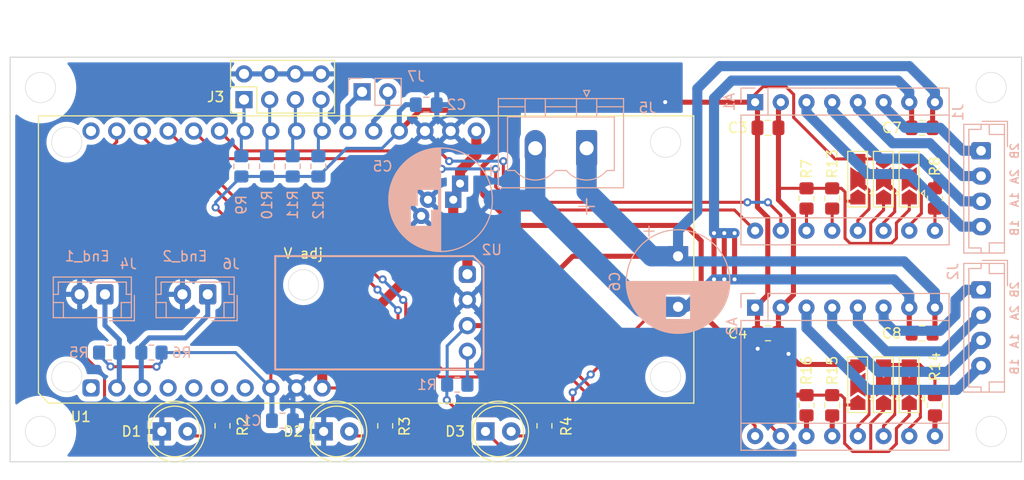
<source format=kicad_pcb>
(kicad_pcb (version 20211014) (generator pcbnew)
  (layers (0 "F.Cu" signal) (31 "B.Cu" signal) (34 "B.Paste" user) (35 "F.Paste" user) (36 "B.SilkS" user "B.Silkscreen") (37 "F.SilkS" user "F.Silkscreen") (38 "B.Mask" user) (39 "F.Mask" user) (44 "Edge.Cuts" user))
  (net 0 "")
  (net 6 "+3.3V")
  (net 7 "GND")
  (net 8 "+5V")
  (net 9 "Net-(A1-Pad14)")
  (net 10 "Net-(A2-Pad14)")
  (net 12 "/1B_1")
  (net 13 "/1A_1")
  (net 14 "/2A_1")
  (net 15 "/2B_1")
  (net 16 "Net-(A1-Pad9)")
  (net 17 "/1B_2")
  (net 18 "/1A_2")
  (net 19 "/2A_2")
  (net 20 "/2B_2")
  (net 21 "Net-(A2-Pad9)")
  (net 22 "Net-(A2-Pad12)")
  (net 23 "Net-(A2-Pad11)")
  (net 24 "Net-(A2-Pad10)")
  (net 25 "/dir1")
  (net 26 "/step1")
  (net 27 "Net-(A1-Pad13)")
  (net 28 "GNDPWR")
  (net 29 "Net-(A2-Pad13)")
  (net 30 "/step2")
  (net 31 "/dir2")
  (net 32 "+12V")
  (net 33 "Net-(A1-Pad10)")
  (net 34 "Net-(A1-Pad11)")
  (net 35 "Net-(A1-Pad12)")
  (net 36 "Net-(R1-Pad2)")
  (net 37 "Net-(D1-Pad2)")
  (net 38 "Net-(D2-Pad2)")
  (net 39 "Net-(D3-Pad2)")
  (net 40 "/fault")
  (net 41 "/t3")
  (net 42 "/t2")
  (net 43 "/t1")
  (net 44 "/t0")
  (net 45 "/end_1")
  (net 46 "/end_2")
  (net 47 "/RX")
  (net 48 "/TX")
  (footprint "LED_THT:LED_D5.0mm" (layer "F.Cu") (at 147 97)
    (fp_text reference "D3")
    (fp_text value "LED")
  )
  (footprint "Resistor_SMD:R_0805_2012Metric_Pad1.20x1.40mm_HandSolder" (layer "F.Cu") (at 152.832 96.444 -90)
    (fp_text reference "R4")
    (fp_text value "470")
  )
  (footprint "Jumper:SolderJumper-3_P2.0mm_Open_TrianglePad1.0x1.5mm" (layer "F.Cu") (at 188.9 72.06 90)
    (fp_text reference "JP5" hide)
    (fp_text value "SolderJumper_3_Open")
  )
  (footprint "Resistor_SMD:R_0805_2012Metric_Pad1.20x1.40mm_HandSolder" (layer "F.Cu") (at 191.44 73.965 -90)
    (fp_text reference "R8")
    (fp_text value "47k")
  )
  (footprint "LED_THT:LED_D5.0mm" (layer "F.Cu") (at 115 97)
    (fp_text reference "D1")
    (fp_text value "LED")
  )
  (footprint "Connector_PinHeader_2.54mm:PinHeader_2x04_P2.54mm_Vertical" (layer "F.Cu") (at 123.124 64.191 90)
    (fp_text reference "J3")
    (fp_text value "Conn_02x04_Odd_Even")
  )
  (footprint "Resistor_SMD:R_0805_2012Metric_Pad1.20x1.40mm_HandSolder" (layer "F.Cu") (at 178.74 73.965 -90)
    (fp_text reference "R7")
    (fp_text value "47k")
  )
  (footprint "LED_THT:LED_D5.0mm" (layer "F.Cu") (at 131 97)
    (fp_text reference "D2")
    (fp_text value "LED")
  )
  (footprint "Capacitor_SMD:C_0805_2012Metric_Pad1.18x1.45mm_HandSolder" (layer "F.Cu") (at 174.93 66.98 180)
    (fp_text reference "C3")
    (fp_text value "0.1uF")
  )
  (footprint "Resistor_SMD:R_0805_2012Metric_Pad1.20x1.40mm_HandSolder" (layer "F.Cu") (at 178.74 94.412 -90)
    (fp_text reference "R16")
    (fp_text value "47k")
  )
  (footprint "platform:Lolin32" (layer "F.Cu") (at 108 92.7)
    (fp_text reference "U1")
    (fp_text value "Lolin32")
  )
  (footprint "Resistor_SMD:R_0805_2012Metric_Pad1.20x1.40mm_HandSolder" (layer "F.Cu") (at 181.28 94.412 -90)
    (fp_text reference "R15")
    (fp_text value "47k")
  )
  (footprint "Resistor_SMD:R_0805_2012Metric_Pad1.20x1.40mm_HandSolder" (layer "F.Cu") (at 191.44 94.412 -90)
    (fp_text reference "R14")
    (fp_text value "47k")
  )
  (footprint "Resistor_SMD:R_0805_2012Metric_Pad1.20x1.40mm_HandSolder" (layer "F.Cu") (at 137.084 96.444 -90)
    (fp_text reference "R3")
    (fp_text value "470")
  )
  (footprint "Jumper:SolderJumper-3_P2.0mm_Open_TrianglePad1.0x1.5mm" (layer "F.Cu") (at 186.36 72.06 90)
    (fp_text reference "JP4" hide)
    (fp_text value "SolderJumper_3_Open")
  )
  (footprint "Jumper:SolderJumper-3_P2.0mm_Open_TrianglePad1.0x1.5mm" (layer "F.Cu") (at 188.9 92.38 90)
    (fp_text reference "JP2" hide)
    (fp_text value "SolderJumper_3_Open")
  )
  (footprint "Capacitor_SMD:C_0805_2012Metric_Pad1.18x1.45mm_HandSolder" (layer "F.Cu") (at 190.17 87.3 180)
    (fp_text reference "C8")
    (fp_text value "0.1uF")
  )
  (footprint "Resistor_SMD:R_0805_2012Metric_Pad1.20x1.40mm_HandSolder" (layer "F.Cu") (at 121 96.444 -90)
    (fp_text reference "R2")
    (fp_text value "470")
  )
  (footprint "Jumper:SolderJumper-3_P2.0mm_Open_TrianglePad1.0x1.5mm" (layer "F.Cu") (at 183.82 72.06 90)
    (fp_text reference "JP6" hide)
    (fp_text value "SolderJumper_3_Open")
  )
  (footprint "Capacitor_SMD:C_0805_2012Metric_Pad1.18x1.45mm_HandSolder" (layer "F.Cu") (at 190.17 66.98 180)
    (fp_text reference "C7")
    (fp_text value "0.1uF")
  )
  (footprint "Resistor_SMD:R_0805_2012Metric_Pad1.20x1.40mm_HandSolder" (layer "F.Cu") (at 181.28 73.965 -90)
    (fp_text reference "R13")
    (fp_text value "47k")
  )
  (footprint "Jumper:SolderJumper-3_P2.0mm_Open_TrianglePad1.0x1.5mm" (layer "F.Cu") (at 183.82 92.38 90)
    (fp_text reference "JP3" hide)
    (fp_text value "SolderJumper_3_Open")
  )
  (footprint "Jumper:SolderJumper-3_P2.0mm_Open_TrianglePad1.0x1.5mm" (layer "F.Cu") (at 186.36 92.38 90)
    (fp_text reference "JP1" hide)
    (fp_text value "SolderJumper_3_Open")
  )
  (footprint "Capacitor_SMD:C_0805_2012Metric_Pad1.18x1.45mm_HandSolder" (layer "F.Cu") (at 174.93 87.3 180)
    (fp_text reference "C4")
    (fp_text value "0.1uF")
  )
  (footprint "Connector_JST:JST_EH_B4B-EH-A_1x04_P2.50mm_Vertical" (layer "B.Cu") (at 196 83 -90)
    (fp_text reference "J2")
    (fp_text value "Conn_01x04_Male")
  )
  (footprint "Module:Pololu_Breakout-16_15.2x20.3mm" (layer "B.Cu") (at 173.66 84.76 -90)
    (fp_text reference "A2")
    (fp_text value "Pololu_Breakout_A4988")
  )
  (footprint "Capacitor_THT:CP_Radial_D10.0mm_P5.00mm" (layer "B.Cu") (at 166.04 79.68 -90)
    (fp_text reference "C6")
    (fp_text value "100uF")
  )
  (footprint "platform:DCDC" (layer "B.Cu") (at 145.212 81.458 180)
    (fp_text reference "U2")
    (fp_text value "DCDC")
  )
  (footprint "Capacitor_SMD:C_0805_2012Metric_Pad1.18x1.45mm_HandSolder" (layer "B.Cu") (at 141.148 64.694)
    (fp_text reference "C2")
    (fp_text value "0.1uF")
  )
  (footprint "Resistor_SMD:R_0805_2012Metric_Pad1.20x1.40mm_HandSolder" (layer "B.Cu") (at 113.97 89.205 180)
    (fp_text reference "R6")
    (fp_text value "47k")
  )
  (footprint "Connector_JST:JST_EH_B4B-EH-A_1x04_P2.50mm_Vertical" (layer "B.Cu") (at 196 69.25 -90)
    (fp_text reference "J1")
    (fp_text value "Conn_01x04_Male")
  )
  (footprint "Connector_JST:JST_EH_B2B-EH-A_1x02_P2.50mm_Vertical" (layer "B.Cu") (at 109.378 83.444 180)
    (fp_text reference "J4")
    (fp_text value "Conn_01x02_Male")
  )
  (footprint "Resistor_SMD:R_0805_2012Metric_Pad1.20x1.40mm_HandSolder" (layer "B.Cu") (at 144.212 92.38)
    (fp_text reference "R1")
    (fp_text value "47k")
  )
  (footprint "Connector_Phoenix_MSTB:PhoenixContact_MSTBVA_2,5_2-G-5,08_1x02_P5.08mm_Vertical" (layer "B.Cu") (at 157 69 180)
    (fp_text reference "J5")
    (fp_text value "Conn_01x02_Female")
  )
  (footprint "Module:Pololu_Breakout-16_15.2x20.3mm" (layer "B.Cu") (at 173.66 64.45 -90)
    (fp_text reference "A1")
    (fp_text value "Pololu_Breakout_A4988")
  )
  (footprint "Connector_JST:JST_EH_B2B-EH-A_1x02_P2.50mm_Vertical" (layer "B.Cu") (at 119.538 83.444 180)
    (fp_text reference "J6")
    (fp_text value "Conn_01x02_Male")
  )
  (footprint "Resistor_SMD:R_0805_2012Metric_Pad1.20x1.40mm_HandSolder" (layer "B.Cu") (at 122.86 70.79 90)
    (fp_text reference "R9")
    (fp_text value "47k")
  )
  (footprint "Resistor_SMD:R_0805_2012Metric_Pad1.20x1.40mm_HandSolder" (layer "B.Cu") (at 127.94 70.79 90)
    (fp_text reference "R11")
    (fp_text value "47k")
  )
  (footprint "Resistor_SMD:R_0805_2012Metric_Pad1.20x1.40mm_HandSolder" (layer "B.Cu") (at 109.795 89.205)
    (fp_text reference "R5")
    (fp_text value "47k")
  )
  (footprint "Connector_PinHeader_2.54mm:PinHeader_1x02_P2.54mm_Vertical" (layer "B.Cu") (at 134.798 63.424 -90)
    (fp_text reference "J7")
    (fp_text value "Conn_01x02_Male")
  )
  (footprint "NetTie:NetTie-2_SMD_Pad2.0mm" (layer "B.Cu") (at 149.816 74.092 180)
    (fp_text reference "NT1" hide)
    (fp_text value "NetTie_2" hide)
  )
  (footprint "Resistor_SMD:R_0805_2012Metric_Pad1.20x1.40mm_HandSolder" (layer "B.Cu") (at 130.48 70.79 90)
    (fp_text reference "R12")
    (fp_text value "47k")
  )
  (footprint "Capacitor_SMD:C_0805_2012Metric_Pad1.18x1.45mm_HandSolder" (layer "B.Cu") (at 126.924 95.936)
    (fp_text reference "C1")
    (fp_text value "0.1uF")
  )
  (footprint "Capacitor_THT:CP_Radial_D10.0mm_P2.50mm_P5.00mm" (layer "B.Cu") (at 143.815 74.092 180)
    (fp_text reference "C5")
    (fp_text value "100uF")
  )
  (footprint "Resistor_SMD:R_0805_2012Metric_Pad1.20x1.40mm_HandSolder" (layer "B.Cu") (at 125.4 70.79 90)
    (fp_text reference "R10")
    (fp_text value "47k")
  )
  (gr_circle (center 105.6 68.4) (end 107.1 68.4) (layer "Edge.Cuts") (width 0.05) (fill none))
  (gr_circle (center 105.6 91.6) (end 107.1 91.6) (layer "Edge.Cuts") (width 0.05) (fill none))
  (gr_line (start 200 100) (end 200 60) (layer "Edge.Cuts") (width 0.1))
  (gr_circle (center 103 63) (end 104.5 63) (layer "Edge.Cuts") (width 0.05) (fill none))
  (gr_circle (center 197 97) (end 198.5 97) (layer "Edge.Cuts") (width 0.05) (fill none))
  (gr_circle (center 164.8 91.6) (end 166.3 91.6) (layer "Edge.Cuts") (width 0.05) (fill none))
  (gr_circle (center 129 82.5) (end 130.5 82.5) (layer "Edge.Cuts") (width 0.05) (fill none))
  (gr_line (start 100 60) (end 100 100) (layer "Edge.Cuts") (width 0.1))
  (gr_circle (center 103 97) (end 104.5 97) (layer "Edge.Cuts") (width 0.05) (fill none))
  (gr_line (start 200 60) (end 100 60) (layer "Edge.Cuts") (width 0.1))
  (gr_line (start 100 100) (end 200 100) (layer "Edge.Cuts") (width 0.1))
  (gr_circle (center 164.8 68.4) (end 166.3 68.4) (layer "Edge.Cuts") (width 0.05) (fill none))
  (gr_circle (center 197 63) (end 198.5 63) (layer "Edge.Cuts") (width 0.05) (fill none))
  (gr_text "1B" (at 199.314 76.886 90) (layer "B.SilkS") (effects (font (size 0.8 0.8)) (justify mirror)))
  (gr_text "+" (at 157 74.6) (layer "B.SilkS") (effects (font (size 2 2)) (justify mirror)))
  (gr_text "End_1" (at 107.62 79.68) (layer "B.SilkS") (effects (font (size 1 1)) (justify mirror)))
  (gr_text "2A" (at 199.314 85.268 90) (layer "B.SilkS") (effects (font (size 0.8 0.8)) (justify mirror)))
  (gr_text "1A" (at 199.314 74.092 90) (layer "B.SilkS") (effects (font (size 0.8 0.8)) (justify mirror)))
  (gr_text "2A" (at 199.314 71.806 90) (layer "B.SilkS") (effects (font (size 0.8 0.8)) (justify mirror)))
  (gr_text "1B" (at 199.314 90.602 90) (layer "B.SilkS") (effects (font (size 0.8 0.8)) (justify mirror)))
  (gr_text "1A" (at 199.314 88.062 90) (layer "B.SilkS") (effects (font (size 0.8 0.8)) (justify mirror)))
  (gr_text "End_2" (at 117.272 79.68) (layer "B.SilkS") (effects (font (size 1 1)) (justify mirror)))
  (gr_text "2B" (at 199.314 82.982 90) (layer "B.SilkS") (effects (font (size 0.8 0.8)) (justify mirror)))
  (gr_text "2B" (at 199.314 69.266 90) (layer "B.SilkS") (effects (font (size 0.8 0.8)) (justify mirror)))
  (gr_text "V adj" (at 129 79.4) (layer "F.SilkS") (effects (font (size 1 1))))
  (segment (start 182.55 74.235) (end 183.645 74.235) (width 0.3) (layer "F.Cu") (net 6))
  (segment (start 187.63 96.698) (end 187.63 98.222) (width 0.3) (layer "F.Cu") (net 6))
  (segment (start 168.326 78.156) (end 168.326 85.268) (width 0.5) (layer "F.Cu") (net 6))
  (segment (start 178.74 72.965) (end 176.057 72.965) (width 0.3) (layer "F.Cu") (net 6))
  (segment (start 178.74 72.965) (end 181.28 72.965) (width 0.3) (layer "F.Cu") (net 6))
  (segment (start 175.9675 84.9925) (end 176.2 84.76) (width 0.5) (layer "F.Cu") (net 6))
  (segment (start 175.9675 91.8935) (end 177.486 93.412) (width 0.5) (layer "F.Cu") (net 6))
  (segment (start 176.057 72.965) (end 175.9675 73.0545) (width 0.3) (layer "F.Cu") (net 6))
  (segment (start 146.736 73.584) (end 149.784 76.632) (width 0.5) (layer "F.Cu") (net 6))
  (segment (start 187.63 76.378) (end 187.63 77.902) (width 0.3) (layer "F.Cu") (net 6))
  (segment (start 182.165 93.412) (end 181.28 93.412) (width 0.3) (layer "F.Cu") (net 6))
  (segment (start 185.09 98.984) (end 183.312 98.984) (width 0.3) (layer "F.Cu") (net 6))
  (segment (start 182.51 94.38) (end 182.51 93.757) (width 0.3) (layer "F.Cu") (net 6))
  (segment (start 175.9675 74.1135) (end 175.9675 73.0545) (width 0.5) (layer "F.Cu") (net 6))
  (segment (start 185.09 76.378) (end 185.09 78.41) (width 0.3) (layer "F.Cu") (net 6))
  (segment (start 186.36 74.06) (end 186.36 75.108) (width 0.3) (layer "F.Cu") (net 6))
  (segment (start 188.9 95.428) (end 187.63 96.698) (width 0.3) (layer "F.Cu") (net 6))
  (segment (start 176.2 84.76) (end 177.45 83.51) (width 0.5) (layer "F.Cu") (net 6))
  (segment (start 185.09 78.41) (end 183.058 78.41) (width 0.3) (layer "F.Cu") (net 6))
  (segment (start 187.63 98.222) (end 186.868 98.984) (width 0.3) (layer "F.Cu") (net 6))
  (segment (start 186.36 94.92) (end 185.09 96.19) (width 0.3) (layer "F.Cu") (net 6))
  (segment (start 177.486 93.412) (end 178.74 93.412) (width 0.5) (layer "F.Cu") (net 6))
  (segment (start 186.868 98.984) (end 185.09 98.984) (width 0.3) (layer "F.Cu") (net 6))
  (segment (start 120.32 74.854) (end 125.78 80.314) (width 0.3) (layer "F.Cu") (net 6))
  (segment (start 182.51 93.757) (end 182.165 93.412) (width 0.3) (layer "F.Cu") (net 6))
  (segment (start 172.898 89.84) (end 175.946 89.84) (width 0.5) (layer "F.Cu") (net 6))
  (segment (start 183.645 74.235) (end 183.82 74.06) (width 0.3) (layer "F.Cu") (net 6))
  (segment (start 182.51 98.182) (end 182.51 94.38) (width 0.3) (layer "F.Cu") (net 6))
  (segment (start 140.53 65.25) (end 146.53 65.25) (width 0.5) (layer "F.Cu") (net 6))
  (segment (start 148.006 66.726) (end 148.006 69.52) (width 0.5) (layer "F.Cu") (net 6))
  (segment (start 186.36 75.108) (end 185.09 76.378) (width 0.3) (layer "F.Cu") (net 6))
  (segment (start 146.736 70.79) (end 146.736 73.584) (width 0.5) (layer "F.Cu") (net 6))
  (segment (start 182.55 73.33) (end 182.185 72.965) (width 0.3) (layer "F.Cu") (net 6))
  (segment (start 175.9675 87.3) (end 175.9675 89.8615) (width 0.5) (layer "F.Cu") (net 6))
  (segment (start 188.9 75.108) (end 187.63 76.378) (width 0.3) (layer "F.Cu") (net 6))
  (segment (start 149.784 76.632) (end 166.802 76.632) (width 0.5) (layer "F.Cu") (net 6))
  (segment (start 185.09 96.19) (end 185.09 98.984) (width 0.3) (layer "F.Cu") (net 6))
  (segment (start 183.82 94.38) (end 182.51 94.38) (width 0.3) (layer "F.Cu") (net 6))
  (segment (start 168.326 85.268) (end 172.898 89.84) (width 0.5) (layer "F.Cu") (net 6))
  (segment (start 177.45 83.51) (end 177.45 75.596) (width 0.5) (layer "F.Cu") (net 6))
  (segment (start 187.63 77.902) (end 187.122 78.41) (width 0.3) (layer "F.Cu") (net 6))
  (segment (start 109.942127 90.602) (end 109.926271 90.586144) (width 0.3) (layer "F.Cu") (net 6))
  (segment (start 175.9675 89.8615) (end 175.9675 91.8935) (width 0.5) (layer "F.Cu") (net 6))
  (segment (start 175.9675 73.0545) (end 175.9675 66.98) (width 0.5) (layer "F.Cu") (net 6))
  (segment (start 175.9675 87.3) (end 175.9675 84.9925) (width 0.5) (layer "F.Cu") (net 6))
  (segment (start 182.55 74.235) (end 182.55 73.33) (width 0.3) (layer "F.Cu") (net 6))
  (segment (start 182.55 77.902) (end 182.55 74.235) (width 0.3) (layer "F.Cu") (net 6))
  (segment (start 187.122 78.41) (end 185.09 78.41) (width 0.3) (layer "F.Cu") (net 6))
  (segment (start 146.53 65.25) (end 148.006 66.726) (width 0.5) (layer "F.Cu") (net 6))
  (segment (start 188.9 94.38) (end 188.9 95.428) (width 0.3) (layer "F.Cu") (net 6))
  (segment (start 182.185 72.965) (end 181.28 72.965) (width 0.3) (layer "F.Cu") (net 6))
  (segment (start 186.36 94.38) (end 186.36 94.92) (width 0.3) (layer "F.Cu") (net 6))
  (segment (start 166.802 76.632) (end 168.326 78.156) (width 0.5) (layer "F.Cu") (net 6))
  (segment (start 175.9675 64.6825) (end 176.2 64.45) (width 0.5) (layer "F.Cu") (net 6))
  (segment (start 188.9 74.06) (end 188.9 75.108) (width 0.3) (layer "F.Cu") (net 6))
  (segment (start 177.45 75.596) (end 175.9675 74.1135) (width 0.5) (layer "F.Cu") (net 6))
  (segment (start 183.058 78.41) (end 182.55 77.902) (width 0.3) (layer "F.Cu") (net 6))
  (segment (start 175.946 89.84) (end 175.9675 89.8615) (width 0.5) (layer "F.Cu") (net 6))
  (segment (start 125.78 80.314) (end 125.78 92.7) (width 0.3) (layer "F.Cu") (net 6))
  (segment (start 178.74 93.412) (end 181.28 93.412) (width 0.3) (layer "F.Cu") (net 6))
  (segment (start 183.312 98.984) (end 182.51 98.182) (width 0.3) (layer "F.Cu") (net 6))
  (segment (start 138.48 67.3) (end 140.53 65.25) (width 0.5) (layer "F.Cu") (net 6))
  (segment (start 148.006 69.52) (end 146.736 70.79) (width 0.5) (layer "F.Cu") (net 6))
  (segment (start 114.478 90.602) (end 109.942127 90.602) (width 0.3) (layer "F.Cu") (net 6))
  (segment (start 175.9675 66.98) (end 175.9675 64.6825) (width 0.5) (layer "F.Cu") (net 6))
  (via (at 120.32 74.854) (size 0.8) (drill 0.4) (layers "F.Cu" "B.Cu") (net 6))
  (via (at 109.926271 90.586144) (size 0.8) (drill 0.4) (layers "F.Cu" "B.Cu") (net 6))
  (via (at 114.478 90.602) (size 0.8) (drill 0.4) (layers "F.Cu" "B.Cu") (net 6))
  (segment (start 114.97 89.205) (end 122.285 89.205) (width 0.3) (layer "B.Cu") (net 6))
  (segment (start 130.48 71.79) (end 127.94 71.79) (width 0.3) (layer "B.Cu") (net 6))
  (segment (start 125.8865 92.8065) (end 125.78 92.7) (width 0.5) (layer "B.Cu") (net 6))
  (segment (start 139.116 64.694) (end 138.48 65.33) (width 0.5) (layer "B.Cu") (net 6))
  (segment (start 108.795 89.454873) (end 109.926271 90.586144) (width 0.3) (layer "B.Cu") (net 6))
  (segment (start 140.1105 64.694) (end 139.116 64.694) (width 0.5) (layer "B.Cu") (net 6))
  (segment (start 138.48 65.33) (end 138.48 67.3) (width 0.5) (layer "B.Cu") (net 6))
  (segment (start 125.8865 95.936) (end 125.8865 92.8065) (width 0.5) (layer "B.Cu") (net 6))
  (segment (start 114.478 90.602) (end 114.97 90.11) (width 0.3) (layer "B.Cu") (net 6))
  (segment (start 114.97 90.11) (end 114.97 89.205) (width 0.3) (layer "B.Cu") (net 6))
  (segment (start 125.4 71.79) (end 122.86 71.79) (width 0.3) (layer "B.Cu") (net 6))
  (segment (start 127.94 71.79) (end 125.4 71.79) (width 0.3) (layer "B.Cu") (net 6))
  (segment (start 122.86 71.79) (end 120.32 74.33) (width 0.3) (layer "B.Cu") (net 6))
  (segment (start 138.48 67.3) (end 136.768 69.012) (width 0.3) (layer "B.Cu") (net 6))
  (segment (start 122.285 89.205) (end 125.78 92.7) (width 0.3) (layer "B.Cu") (net 6))
  (segment (start 108.795 89.205) (end 108.795 89.454873) (width 0.3) (layer "B.Cu") (net 6))
  (segment (start 136.768 69.012) (end 133.258 69.012) (width 0.3) (layer "B.Cu") (net 6))
  (segment (start 133.258 69.012) (end 130.48 71.79) (width 0.3) (layer "B.Cu") (net 6))
  (segment (start 120.32 74.33) (end 120.32 74.854) (width 0.3) (layer "B.Cu") (net 6))
  (segment (start 183.82 70.06) (end 181.566 70.06) (width 0.3) (layer "F.Cu") (net 7))
  (segment (start 188.9 90.38) (end 186.36 90.38) (width 0.3) (layer "F.Cu") (net 7))
  (segment (start 191.44 71.298) (end 191.44 72.965) (width 0.3) (layer "F.Cu") (net 7))
  (segment (start 176.962 89.332) (end 178.01 90.38) (width 0.5) (layer "F.Cu") (net 7))
  (segment (start 178.01 90.38) (end 183.82 90.38) (width 0.5) (layer "F.Cu") (net 7))
  (segment (start 174.91 83.51) (end 174.91 75.85) (width 0.5) (layer "F.Cu") (net 7))
  (segment (start 177.47 63.678) (end 176.708 62.916) (width 0.3) (layer "F.Cu") (net 7))
  (segment (start 173.8925 64.6825) (end 173.66 64.45) (width 0.5) (layer "F.Cu") (net 7))
  (segment (start 191.44 93.412) (end 191.44 91.872) (width 0.3) (layer "F.Cu") (net 7))
  (segment (start 186.36 70.06) (end 188.9 70.06) (width 0.3) (layer "F.Cu") (net 7))
  (segment (start 190.202 70.06) (end 191.44 71.298) (width 0.3) (layer "F.Cu") (net 7))
  (segment (start 176.708 62.916) (end 174.422 62.916) (width 0.3) (layer "F.Cu") (net 7))
  (segment (start 183.82 70.06) (end 186.36 70.06) (width 0.3) (layer "F.Cu") (net 7))
  (segment (start 189.948 90.38) (end 188.9 90.38) (width 0.3) (layer "F.Cu") (net 7))
  (segment (start 164.78 64.45) (end 164.77 64.44) (width 0.5) (layer "F.Cu") (net 7))
  (segment (start 191.44 91.872) (end 189.948 90.38) (width 0.3) (layer "F.Cu") (net 7))
  (segment (start 173.8925 88.8025) (end 173.8925 87.3) (width 0.5) (layer "F.Cu") (net 7))
  (segment (start 181.566 70.06) (end 177.47 65.964) (width 0.3) (layer "F.Cu") (net 7))
  (segment (start 173.8925 87.3) (end 173.8925 84.9925) (width 0.5) (layer "F.Cu") (net 7))
  (segment (start 173.914 88.824) (end 173.8925 88.8025) (width 0.5) (layer "F.Cu") (net 7))
  (segment (start 177.47 65.964) (end 177.47 63.678) (width 0.3) (layer "F.Cu") (net 7))
  (segment (start 188.9 70.06) (end 190.202 70.06) (width 0.3) (layer "F.Cu") (net 7))
  (segment (start 173.8925 74.8325) (end 173.8925 66.98) (width 0.5) (layer "F.Cu") (net 7))
  (segment (start 173.8925 66.98) (end 173.8925 64.6825) (width 0.5) (layer "F.Cu") (net 7))
  (segment (start 173.66 64.45) (end 164.78 64.45) (width 0.5) (layer "F.Cu") (net 7))
  (segment (start 174.422 62.916) (end 173.66 63.678) (width 0.3) (layer "F.Cu") (net 7))
  (segment (start 173.66 63.678) (end 173.66 64.45) (width 0.3) (layer "F.Cu") (net 7))
  (segment (start 173.66 84.76) (end 174.91 83.51) (width 0.5) (layer "F.Cu") (net 7))
  (segment (start 173.8925 84.9925) (end 173.66 84.76) (width 0.5) (layer "F.Cu") (net 7))
  (segment (start 174.91 75.85) (end 173.8925 74.8325) (width 0.5) (layer "F.Cu") (net 7))
  (segment (start 186.36 90.38) (end 183.82 90.38) (width 0.3) (layer "F.Cu") (net 7))
  (via (at 176.962 89.332) (size 0.8) (drill 0.4) (layers "F.Cu" "B.Cu") (net 7))
  (via (at 164.77 64.44) (size 0.8) (drill 0.4) (layers "F.Cu" "B.Cu") (net 7))
  (via (at 173.914 88.824) (size 0.8) (drill 0.4) (layers "F.Cu" "B.Cu") (net 7))
  (segment (start 127.9615 95.936) (end 127.9615 93.0585) (width 0.5) (layer "B.Cu") (net 7))
  (segment (start 127.9615 93.0585) (end 128.32 92.7) (width 0.5) (layer "B.Cu") (net 7))
  (segment (start 146.1 67.3) (end 146.1 69.648) (width 1) (layer "F.Cu") (net 8))
  (segment (start 146.1 69.648) (end 144.485937 71.262063) (width 1) (layer "F.Cu") (net 8))
  (segment (start 130.86 90.222) (end 143.815 77.267) (width 1) (layer "F.Cu") (net 8))
  (segment (start 143.815 77.267) (end 143.815 74.092) (width 1) (layer "F.Cu") (net 8))
  (segment (start 134.34 92.7) (end 130.86 92.7) (width 0.3) (layer "F.Cu") (net 8))
  (segment (start 145.212 81.458) (end 145.212 78.664) (width 1) (layer "F.Cu") (net 8))
  (segment (start 130.86 92.7) (end 130.86 90.222) (width 1) (layer "F.Cu") (net 8))
  (segment (start 144.485937 71.262063) (end 144.485937 72.492) (width 1) (layer "F.Cu") (net 8))
  (segment (start 137.084 95.444) (end 134.34 92.7) (width 0.3) (layer "F.Cu") (net 8))
  (segment (start 145.212 78.664) (end 143.815 77.267) (width 1) (layer "F.Cu") (net 8))
  (segment (start 178.74 77.15) (end 178.74 74.965) (width 0.3) (layer "F.Cu") (net 9))
  (segment (start 178.74 95.412) (end 178.74 97.46) (width 0.5) (layer "F.Cu") (net 10))
  (segment (start 188.9 71.552) (end 194.098 76.75) (width 1) (layer "B.Cu") (net 12))
  (segment (start 194.098 76.75) (end 196 76.75) (width 1) (layer "B.Cu") (net 12))
  (segment (start 178.74 65.49) (end 184.802 71.552) (width 1) (layer "B.Cu") (net 12))
  (segment (start 184.802 71.552) (end 188.9 71.552) (width 1) (layer "B.Cu") (net 12))
  (segment (start 178.74 64.45) (end 178.74 65.49) (width 1) (layer "B.Cu") (net 12))
  (segment (start 194.138 74.25) (end 196 74.25) (width 1) (layer "B.Cu") (net 13))
  (segment (start 181.28 64.45) (end 181.28 65.28) (width 1) (layer "B.Cu") (net 13))
  (segment (start 186.028 70.028) (end 189.916 70.028) (width 1) (layer "B.Cu") (net 13))
  (segment (start 189.916 70.028) (end 194.138 74.25) (width 1) (layer "B.Cu") (net 13))
  (segment (start 181.28 65.28) (end 186.028 70.028) (width 1) (layer "B.Cu") (net 13))
  (segment (start 183.82 64.45) (end 183.82 65.07) (width 1) (layer "B.Cu") (net 14))
  (segment (start 194.178 71.75) (end 196 71.75) (width 1) (layer "B.Cu") (net 14))
  (segment (start 190.932 68.504) (end 194.178 71.75) (width 1) (layer "B.Cu") (net 14))
  (segment (start 183.82 65.07) (end 187.254 68.504) (width 1) (layer "B.Cu") (net 14))
  (segment (start 187.254 68.504) (end 190.932 68.504) (width 1) (layer "B.Cu") (net 14))
  (segment (start 194.218 69.25) (end 196 69.25) (width 1) (layer "B.Cu") (net 15))
  (segment (start 186.36 64.86) (end 188.48 66.98) (width 1) (layer "B.Cu") (net 15))
  (segment (start 191.948 66.98) (end 194.218 69.25) (width 1) (layer "B.Cu") (net 15))
  (segment (start 186.36 64.45) (end 186.36 64.86) (width 1) (layer "B.Cu") (net 15))
  (segment (start 188.48 66.98) (end 191.948 66.98) (width 1) (layer "B.Cu") (net 15))
  (segment (start 191.44 74.965) (end 191.44 77.15) (width 0.3) (layer "F.Cu") (net 16))
  (segment (start 196 90.5) (end 193.612 92.888) (width 1) (layer "B.Cu") (net 17))
  (segment (start 184.836 92.888) (end 178.74 86.792) (width 1) (layer "B.Cu") (net 17))
  (segment (start 178.74 86.792) (end 178.74 84.76) (width 1) (layer "B.Cu") (net 17))
  (segment (start 193.612 92.888) (end 184.836 92.888) (width 1) (layer "B.Cu") (net 17))
  (segment (start 181.28 86.538) (end 181.28 84.76) (width 1) (layer "B.Cu") (net 18))
  (segment (start 195.783 88) (end 192.673 91.11) (width 1) (layer "B.Cu") (net 18))
  (segment (start 196 88) (end 195.783 88) (width 1) (layer "B.Cu") (net 18))
  (segment (start 185.852 91.11) (end 181.28 86.538) (width 1) (layer "B.Cu") (net 18))
  (segment (start 192.673 91.11) (end 185.852 91.11) (width 1) (layer "B.Cu") (net 18))
  (segment (start 196 85.5) (end 195.860944 85.5) (width 1) (layer "B.Cu") (net 19))
  (segment (start 186.614 89.078) (end 183.82 86.284) (width 1) (layer "B.Cu") (net 19))
  (segment (start 183.82 86.284) (end 183.82 84.76) (width 1) (layer "B.Cu") (net 19))
  (segment (start 195.860944 85.5) (end 192.282944 89.078) (width 1) (layer "B.Cu") (net 19))
  (segment (start 192.282944 89.078) (end 186.614 89.078) (width 1) (layer "B.Cu") (net 19))
  (segment (start 193.472 83.998) (end 194.47 83) (width 1) (layer "B.Cu") (net 20))
  (segment (start 186.36 84.76) (end 186.36 86.03) (width 1) (layer "B.Cu") (net 20))
  (segment (start 186.36 86.03) (end 187.376 87.046) (width 1) (layer "B.Cu") (net 20))
  (segment (start 187.376 87.046) (end 191.948 87.046) (width 1) (layer "B.Cu") (net 20))
  (segment (start 194.47 83) (end 196 83) (width 1) (layer "B.Cu") (net 20))
  (segment (start 193.472 85.522) (end 193.472 83.998) (width 1) (layer "B.Cu") (net 20))
  (segment (start 191.948 87.046) (end 193.472 85.522) (width 1) (layer "B.Cu") (net 20))
  (segment (start 191.44 95.412) (end 191.44 97.46) (width 0.5) (layer "F.Cu") (net 21))
  (segment (start 183.82 92.38) (end 184.92 93.48) (width 0.3) (layer "F.Cu") (net 22))
  (segment (start 183.82 96.444) (end 183.82 97.46) (width 0.3) (layer "F.Cu") (net 22))
  (segment (start 184.92 95.344) (end 183.82 96.444) (width 0.3) (layer "F.Cu") (net 22))
  (segment (start 184.92 93.48) (end 184.92 95.344) (width 0.3) (layer "F.Cu") (net 22))
  (segment (start 186.36 96.444) (end 186.36 97.46) (width 0.3) (layer "F.Cu") (net 23))
  (segment (start 187.46 93.48) (end 187.46 95.344) (width 0.3) (layer "F.Cu") (net 23))
  (segment (start 186.36 92.38) (end 187.46 93.48) (width 0.3) (layer "F.Cu") (net 23))
  (segment (start 187.46 95.344) (end 186.36 96.444) (width 0.3) (layer "F.Cu") (net 23))
  (segment (start 190 95.598) (end 188.9 96.698) (width 0.3) (layer "F.Cu") (net 24))
  (segment (start 190 93.48) (end 190 95.598) (width 0.3) (layer "F.Cu") (net 24))
  (segment (start 188.9 92.38) (end 190 93.48) (width 0.3) (layer "F.Cu") (net 24))
  (segment (start 188.9 96.698) (end 188.9 97.46) (width 0.3) (layer "F.Cu") (net 24))
  (segment (start 150.292 75.108) (end 171.618 75.108) (width 0.3) (layer "F.Cu") (net 25))
  (segment (start 142.672 71.044) (end 141.656 70.028) (width 0.3) (layer "F.Cu") (net 25))
  (segment (start 171.618 75.108) (end 173.66 77.15) (width 0.3) (layer "F.Cu") (net 25))
  (segment (start 148.006 71.044) (end 148.006 72.822) (width 0.3) (layer "F.Cu") (net 25))
  (segment (start 141.656 70.028) (end 120.888 70.028) (width 0.3) (layer "F.Cu") (net 25))
  (segment (start 148.006 72.822) (end 150.292 75.108) (width 0.3) (layer "F.Cu") (net 25))
  (segment (start 120.888 70.028) (end 118.16 67.3) (width 0.3) (layer "F.Cu") (net 25))
  (via (at 142.672 71.044) (size 0.8) (drill 0.4) (layers "F.Cu" "B.Cu") (net 25))
  (via (at 148.006 71.044) (size 0.8) (drill 0.4) (layers "F.Cu" "B.Cu") (net 25))
  (segment (start 148.006 71.044) (end 142.672 71.044) (width 0.3) (layer "B.Cu") (net 25))
  (segment (start 176.2 77.15) (end 176.2 75.616) (width 0.3) (layer "F.Cu") (net 26))
  (segment (start 143.409325 70.276885) (end 142.39844 69.266) (width 0.3) (layer "F.Cu") (net 26))
  (segment (start 142.39844 69.266) (end 122.666 69.266) (width 0.3) (layer "F.Cu") (net 26))
  (segment (start 151.054 74.346) (end 172.898 74.346) (width 0.3) (layer "F.Cu") (net 26))
  (segment (start 148.768 72.06) (end 151.054 74.346) (width 0.3) (layer "F.Cu") (net 26))
  (segment (start 176.2 75.616) (end 174.93 74.346) (width 0.3) (layer "F.Cu") (net 26))
  (segment (start 148.768 70.282) (end 148.768 72.06) (width 0.3) (layer "F.Cu") (net 26))
  (segment (start 122.666 69.266) (end 120.7 67.3) (width 0.3) (layer "F.Cu") (net 26))
  (via (at 143.409325 70.276885) (size 0.8) (drill 0.4) (layers "F.Cu" "B.Cu") (net 26))
  (via (at 148.768 70.282) (size 0.8) (drill 0.4) (layers "F.Cu" "B.Cu") (net 26))
  (via (at 172.898 74.346) (size 0.8) (drill 0.4) (layers "F.Cu" "B.Cu") (net 26))
  (via (at 174.93 74.346) (size 0.8) (drill 0.4) (layers "F.Cu" "B.Cu") (net 26))
  (segment (start 148.762885 70.276885) (end 143.409325 70.276885) (width 0.3) (layer "B.Cu") (net 26))
  (segment (start 174.93 74.346) (end 172.898 74.346) (width 0.3) (layer "B.Cu") (net 26))
  (segment (start 148.768 70.282) (end 148.762885 70.276885) (width 0.3) (layer "B.Cu") (net 26))
  (segment (start 181.28 77.15) (end 181.28 74.965) (width 0.3) (layer "F.Cu") (net 27))
  (segment (start 147 97) (end 148.73 98.73) (width 0.3) (layer "F.Cu") (net 28))
  (segment (start 170.612 77.394) (end 170.612 81.966) (width 0.5) (layer "F.Cu") (net 28))
  (segment (start 188.9 87.0675) (end 189.1325 87.3) (width 0.5) (layer "F.Cu") (net 28))
  (segment (start 154.356 98.73) (end 155.626 97.46) (width 0.3) (layer "F.Cu") (net 28))
  (segment (start 169.596 77.394) (end 169.596 81.966) (width 0.5) (layer "F.Cu") (net 28))
  (segment (start 171.628 77.394) (end 171.628 81.966) (width 0.5) (layer "F.Cu") (net 28))
  (segment (start 164.088 84.68) (end 166.04 84.68) (width 0.3) (layer "F.Cu") (net 28))
  (segment (start 188.9 84.76) (end 188.9 87.0675) (width 0.5) (layer "F.Cu") (net 28))
  (segment (start 157.404 91.364) (end 164.088 84.68) (width 0.3) (layer "F.Cu") (net 28))
  (segment (start 155.626 97.46) (end 155.626 93.142) (width 0.3) (layer "F.Cu") (net 28))
  (segment (start 189.1325 66.98) (end 189.1325 64.6825) (width 0.5) (layer "F.Cu") (net 28))
  (segment (start 189.1325 64.6825) (end 188.9 64.45) (width 0.5) (layer "F.Cu") (net 28))
  (segment (start 148.73 98.73) (end 154.356 98.73) (width 0.3) (layer "F.Cu") (net 28))
  (via (at 171.628 77.394) (size 0.8) (drill 0.4) (layers "F.Cu" "B.Cu") (net 28))
  (via (at 170.612 77.394) (size 0.8) (drill 0.4) (layers "F.Cu" "B.Cu") (net 28))
  (via (at 169.596 77.394) (size 0.8) (drill 0.4) (layers "F.Cu" "B.Cu") (net 28))
  (via (at 155.626 93.142) (size 0.8) (drill 0.4) (layers "F.Cu" "B.Cu") (net 28))
  (via (at 171.628 81.966) (size 0.8) (drill 0.4) (layers "F.Cu" "B.Cu") (net 28))
  (via (at 157.404 91.364) (size 0.8) (drill 0.4) (layers "F.Cu" "B.Cu") (net 28))
  (via (at 170.612 81.966) (size 0.8) (drill 0.4) (layers "F.Cu" "B.Cu") (net 28))
  (via (at 169.596 81.966) (size 0.8) (drill 0.4) (layers "F.Cu" "B.Cu") (net 28))
  (segment (start 169.596 64.059) (end 169.596 77.394) (width 1) (layer "B.Cu") (net 28))
  (segment (start 169.596 81.966) (end 166.882 84.68) (width 1) (layer "B.Cu") (net 28))
  (segment (start 171.628 77.394) (end 170.612 77.394) (width 1) (layer "B.Cu") (net 28))
  (segment (start 188.9 84.76) (end 188.9 83.49) (width 1) (layer "B.Cu") (net 28))
  (segment (start 162.404 84.68) (end 151.816 74.092) (width 2) (layer "B.Cu") (net 28))
  (segment (start 171.628 81.966) (end 170.612 81.966) (width 1) (layer "B.Cu") (net 28))
  (segment (start 171.344261 62.310739) (end 169.596 64.059) (width 1) (layer "B.Cu") (net 28))
  (segment (start 170.612 77.394) (end 169.596 77.394) (width 1) (layer "B.Cu") (net 28))
  (segment (start 187.786739 62.310739) (end 171.344261 62.310739) (width 1) (layer "B.Cu") (net 28))
  (segment (start 188.9 63.424) (end 187.786739 62.310739) (width 1) (layer "B.Cu") (net 28))
  (segment (start 151.92 69) (end 151.92 73.988) (width 2) (layer "B.Cu") (net 28))
  (segment (start 166.882 84.68) (end 166.04 84.68) (width 1) (layer "B.Cu") (net 28))
  (segment (start 187.376 81.966) (end 171.628 81.966) (width 1) (layer "B.Cu") (net 28))
  (segment (start 155.626 93.142) (end 157.404 91.364) (width 0.3) (layer "B.Cu") (net 28))
  (segment (start 170.612 81.966) (end 169.596 81.966) (width 1) (layer "B.Cu") (net 28))
  (segment (start 188.9 83.49) (end 187.376 81.966) (width 1) (layer "B.Cu") (net 28))
  (segment (start 188.9 64.45) (end 188.9 63.424) (width 1) (layer "B.Cu") (net 28))
  (segment (start 166.04 84.68) (end 162.404 84.68) (width 2) (layer "B.Cu") (net 28))
  (segment (start 151.92 73.988) (end 151.816 74.092) (width 2) (layer "B.Cu") (net 28))
  (segment (start 181.28 95.412) (end 181.28 97.46) (width 0.5) (layer "F.Cu") (net 29))
  (segment (start 173.152 94.412) (end 176.2 97.46) (width 0.3) (layer "F.Cu") (net 30))
  (segment (start 155.626 90.856) (end 159.182 94.412) (width 0.3) (layer "F.Cu") (net 30))
  (segment (start 115.62 67.3) (end 125.968 77.648) (width 0.3) (layer "F.Cu") (net 30))
  (segment (start 132.258 77.648) (end 136.576 81.966) (width 0.3) (layer "F.Cu") (net 30))
  (segment (start 125.968 77.648) (end 132.258 77.648) (width 0.3) (layer "F.Cu") (net 30))
  (segment (start 139.116 84.252) (end 139.116 87.3) (width 0.3) (layer "F.Cu") (net 30))
  (segment (start 139.116 87.3) (end 142.672 90.856) (width 0.3) (layer "F.Cu") (net 30))
  (segment (start 159.182 94.412) (end 173.152 94.412) (width 0.3) (layer "F.Cu") (net 30))
  (segment (start 138.862 83.998) (end 139.116 84.252) (width 0.3) (layer "F.Cu") (net 30))
  (segment (start 136.576 81.966) (end 136.83 81.966) (width 0.3) (layer "F.Cu") (net 30))
  (segment (start 142.672 90.856) (end 155.626 90.856) (width 0.3) (layer "F.Cu") (net 30))
  (via (at 138.862 83.998) (size 0.8) (drill 0.4) (layers "F.Cu" "B.Cu") (net 30))
  (via (at 136.83 81.966) (size 0.8) (drill 0.4) (layers "F.Cu" "B.Cu") (net 30))
  (segment (start 136.83 81.966) (end 138.862 83.998) (width 0.3) (layer "B.Cu") (net 30))
  (segment (start 138.354 87.554) (end 142.418 91.618) (width 0.3) (layer "F.Cu") (net 31))
  (segment (start 131.75 78.41) (end 125.654 78.41) (width 0.3) (layer "F.Cu") (net 31))
  (segment (start 116.51 69.266) (end 114.508 69.266) (width 0.3) (layer "F.Cu") (net 31))
  (segment (start 113.08 67.838) (end 113.08 67.3) (width 0.3) (layer "F.Cu") (net 31))
  (segment (start 142.418 91.618) (end 155.372 91.618) (width 0.3) (layer "F.Cu") (net 31))
  (segment (start 114.508 69.266) (end 113.08 67.838) (width 0.3) (layer "F.Cu") (net 31))
  (segment (start 138.354 85.014) (end 138.354 87.554) (width 0.3) (layer "F.Cu") (net 31))
  (segment (start 125.654 78.41) (end 116.51 69.266) (width 0.3) (layer "F.Cu") (net 31))
  (segment (start 155.372 91.618) (end 158.928 95.174) (width 0.3) (layer "F.Cu") (net 31))
  (segment (start 172.39 95.174) (end 173.66 96.444) (width 0.3) (layer "F.Cu") (net 31))
  (segment (start 158.928 95.174) (end 172.39 95.174) (width 0.3) (layer "F.Cu") (net 31))
  (segment (start 136.322 82.982) (end 131.75 78.41) (width 0.3) (layer "F.Cu") (net 31))
  (segment (start 173.66 96.444) (end 173.66 97.46) (width 0.3) (layer "F.Cu") (net 31))
  (via (at 136.322 82.982) (size 0.8) (drill 0.4) (layers "F.Cu" "B.Cu") (net 31))
  (via (at 138.354 85.014) (size 0.8) (drill 0.4) (layers "F.Cu" "B.Cu") (net 31))
  (segment (start 136.322 82.982) (end 138.354 85.014) (width 0.3) (layer "B.Cu") (net 31))
  (segment (start 191.44 84.76) (end 191.44 87.0675) (width 0.5) (layer "F.Cu") (net 32))
  (segment (start 155.626 79.68) (end 166.04 79.68) (width 0.5) (layer "F.Cu") (net 32))
  (segment (start 191.2075 66.98) (end 191.2075 64.6825) (width 0.5) (layer "F.Cu") (net 32))
  (segment (start 191.2075 64.6825) (end 191.44 64.45) (width 0.5) (layer "F.Cu") (net 32))
  (segment (start 191.44 87.0675) (end 191.2075 87.3) (width 0.5) (layer "F.Cu") (net 32))
  (segment (start 152.832 95.444) (end 144.72 95.444) (width 0.3) (layer "F.Cu") (net 32))
  (segment (start 144.72 95.444) (end 143.18 93.904) (width 0.3) (layer "F.Cu") (net 32))
  (segment (start 148.768 86.538) (end 155.626 79.68) (width 0.5) (layer "F.Cu") (net 32))
  (segment (start 145.212 86.538) (end 148.768 86.538) (width 0.5) (layer "F.Cu") (net 32))
  (via (at 143.18 93.904) (size 0.8) (drill 0.4) (layers "F.Cu" "B.Cu") (net 32))
  (segment (start 191.44 63.424) (end 188.9 60.884) (width 1) (layer "B.Cu") (net 32))
  (segment (start 170.1675 60.884) (end 167.945 63.1065) (width 1) (layer "B.Cu") (net 32))
  (segment (start 191.44 84.76) (end 191.44 83.236) (width 1) (layer "B.Cu") (net 32))
  (segment (start 163.43 79.68) (end 166.04 79.68) (width 2) (layer "B.Cu") (net 32))
  (segment (start 191.44 83.236) (end 188.392 80.188) (width 1) (layer "B.Cu") (net 32))
  (segment (start 167.945 63.1065) (end 167.945 75.235) (width 1) (layer "B.Cu") (net 32))
  (segment (start 143.18 93.904) (end 143.18 92.412) (width 0.3) (layer "B.Cu") (net 32))
  (segment (start 143.212 92.38) (end 143.212 88.538) (width 0.3) (layer "B.Cu") (net 32))
  (segment (start 188.9 60.884) (end 170.1675 60.884) (width 1) (layer "B.Cu") (net 32))
  (segment (start 157 73.25) (end 163.43 79.68) (width 2) (layer "B.Cu") (net 32))
  (segment (start 191.44 64.45) (end 191.44 63.424) (width 1) (layer "B.Cu") (net 32))
  (segment (start 188.392 80.188) (end 166.548 80.188) (width 1) (layer "B.Cu") (net 32))
  (segment (start 166.548 80.188) (end 166.04 79.68) (width 1) (layer "B.Cu") (net 32))
  (segment (start 157 69) (end 157 73.25) (width 2) (layer "B.Cu") (net 32))
  (segment (start 143.212 88.538) (end 145.212 86.538) (width 0.3) (layer "B.Cu") (net 32))
  (segment (start 143.18 92.412) (end 143.212 92.38) (width 0.3) (layer "B.Cu") (net 32))
  (segment (start 167.945 75.235) (end 166.04 77.14) (width 1) (layer "B.Cu") (net 32))
  (segment (start 166.04 77.14) (end 166.04 79.68) (width 1) (layer "B.Cu") (net 32))
  (segment (start 190.1 75.437) (end 188.9 76.637) (width 0.3) (layer "F.Cu") (net 33))
  (segment (start 188.9 72.06) (end 190.1 73.26) (width 0.3) (layer "F.Cu") (net 33))
  (segment (start 188.9 76.637) (end 188.9 77.15) (width 0.3) (layer "F.Cu") (net 33))
  (segment (start 190.1 73.26) (end 190.1 75.437) (width 0.3) (layer "F.Cu") (net 33))
  (segment (start 187.46 73.16) (end 187.46 75.278) (width 0.3) (layer "F.Cu") (net 34))
  (segment (start 186.36 76.378) (end 186.36 77.15) (width 0.3) (layer "F.Cu") (net 34))
  (segment (start 187.46 75.278) (end 186.36 76.378) (width 0.3) (layer "F.Cu") (net 34))
  (segment (start 186.36 72.06) (end 187.46 73.16) (width 0.3) (layer "F.Cu") (net 34))
  (segment (start 184.92 75.024) (end 183.82 76.124) (width 0.3) (layer "F.Cu") (net 35))
  (segment (start 184.92 73.16) (end 184.92 75.024) (width 0.3) (layer "F.Cu") (net 35))
  (segment (start 183.82 76.124) (end 183.82 77.15) (width 0.3) (layer "F.Cu") (net 35))
  (segment (start 183.82 72.06) (end 184.92 73.16) (width 0.3) (layer "F.Cu") (net 35))
  (segment (start 145.212 92.38) (end 145.212 89.078) (width 0.3) (layer "B.Cu") (net 36))
  (segment (start 121 97.444) (end 117.984 97.444) (width 0.3) (layer "F.Cu") (net 37))
  (segment (start 117.984 97.444) (end 117.54 97) (width 0.3) (layer "F.Cu") (net 37))
  (segment (start 137.084 97.444) (end 133.984 97.444) (width 0.3) (layer "F.Cu") (net 38))
  (segment (start 133.984 97.444) (end 133.54 97) (width 0.3) (layer "F.Cu") (net 38))
  (segment (start 152.832 97.444) (end 149.984 97.444) (width 0.3) (layer "F.Cu") (net 39))
  (segment (start 149.984 97.444) (end 149.54 97) (width 0.3) (layer "F.Cu") (net 39))
  (segment (start 110.938 95.444) (end 109.335922 93.841922) (width 0.3) (layer "F.Cu") (net 40))
  (segment (start 121 95.444) (end 110.938 95.444) (width 0.3) (layer "F.Cu") (net 40))
  (segment (start 109.335922 93.841922) (end 109.335922 91.555922) (width 0.3) (layer "F.Cu") (net 40))
  (segment (start 110.54 68.378) (end 110.54 67.3) (width 0.3) (layer "F.Cu") (net 40))
  (segment (start 109.335922 91.555922) (end 104.826 87.046) (width 0.3) (layer "F.Cu") (net 40))
  (segment (start 104.826 87.046) (end 104.826 74.092) (width 0.3) (layer "F.Cu") (net 40))
  (segment (start 104.826 74.092) (end 110.54 68.378) (width 0.3) (layer "F.Cu") (net 40))
  (segment (start 130.48 67.68) (end 130.86 67.3) (width 0.3) (layer "B.Cu") (net 41))
  (segment (start 130.744 67.184) (end 130.86 67.3) (width 0.3) (layer "B.Cu") (net 41))
  (segment (start 130.48 69.79) (end 130.48 67.68) (width 0.3) (layer "B.Cu") (net 41))
  (segment (start 130.744 64.191) (end 130.744 67.184) (width 0.3) (layer "B.Cu") (net 41))
  (segment (start 128.204 64.191) (end 128.204 67.184) (width 0.3) (layer "B.Cu") (net 42))
  (segment (start 127.94 69.79) (end 127.94 67.68) (width 0.3) (layer "B.Cu") (net 42))
  (segment (start 127.94 67.68) (end 128.32 67.3) (width 0.3) (layer "B.Cu") (net 42))
  (segment (start 128.204 67.184) (end 128.32 67.3) (width 0.3) (layer "B.Cu") (net 42))
  (segment (start 125.664 64.191) (end 125.664 67.184) (width 0.3) (layer "B.Cu") (net 43))
  (segment (start 125.4 69.79) (end 125.4 67.68) (width 0.3) (layer "B.Cu") (net 43))
  (segment (start 125.4 67.68) (end 125.78 67.3) (width 0.3) (layer "B.Cu") (net 43))
  (segment (start 125.664 67.184) (end 125.78 67.3) (width 0.3) (layer "B.Cu") (net 43))
  (segment (start 122.86 69.79) (end 122.86 67.68) (width 0.3) (layer "B.Cu") (net 44))
  (segment (start 123.124 67.184) (end 123.24 67.3) (width 0.3) (layer "B.Cu") (net 44))
  (segment (start 123.124 64.191) (end 123.124 67.184) (width 0.3) (layer "B.Cu") (net 44))
  (segment (start 122.86 67.68) (end 123.24 67.3) (width 0.3) (layer "B.Cu") (net 44))
  (segment (start 109.378 86.518) (end 109.378 83.444) (width 0.5) (layer "B.Cu") (net 45))
  (segment (start 110.795 87.935) (end 109.378 86.518) (width 0.5) (layer "B.Cu") (net 45))
  (segment (start 110.795 89.205) (end 110.795 87.935) (width 0.5) (layer "B.Cu") (net 45))
  (segment (start 110.795 89.205) (end 110.795 92.445) (width 0.5) (layer "B.Cu") (net 45))
  (segment (start 110.795 92.445) (end 110.54 92.7) (width 0.5) (layer "B.Cu") (net 45))
  (segment (start 112.97 88.53) (end 113.75 87.75) (width 0.5) (layer "B.Cu") (net 46))
  (segment (start 119.538 85.542) (end 119.538 83.444) (width 0.5) (layer "B.Cu") (net 46))
  (segment (start 112.97 89.205) (end 112.97 92.59) (width 0.5) (layer "B.Cu") (net 46))
  (segment (start 112.97 92.59) (end 113.08 92.7) (width 0.5) (layer "B.Cu") (net 46))
  (segment (start 112.97 89.205) (end 112.97 88.53) (width 0.5) (layer "B.Cu") (net 46))
  (segment (start 117.33 87.75) (end 119.538 85.542) (width 0.5) (layer "B.Cu") (net 46))
  (segment (start 113.75 87.75) (end 117.33 87.75) (width 0.5) (layer "B.Cu") (net 46))
  (segment (start 133.4 64.822) (end 133.4 67.3) (width 0.5) (layer "B.Cu") (net 47))
  (segment (start 134.798 63.424) (end 133.4 64.822) (width 0.5) (layer "B.Cu") (net 47))
  (segment (start 135.94 66.315) (end 135.94 67.3) (width 0.5) (layer "B.Cu") (net 48))
  (segment (start 137.338 63.424) (end 137.338 64.917) (width 0.5) (layer "B.Cu") (net 48))
  (segment (start 137.338 64.917) (end 135.94 66.315) (width 0.5) (layer "B.Cu") (net 48))
  (zone (net 7) (net_name "GND") (layer "B.Cu") (connect_pads (clearance 0.508)) (min_thickness 0.254) (fill yes (thermal_gap 0.508) (thermal_bridge_width 0.508))
    (polygon (pts (xy 166.5 65.5) (xy 150.5 65.5) (xy 150.5 76.75) (xy 160.5 86.75) (xy 177.75 86.75) (xy 177.75 101) (xy 99 101) (xy 99 59) (xy 166.5 59)))
  )
)
</source>
